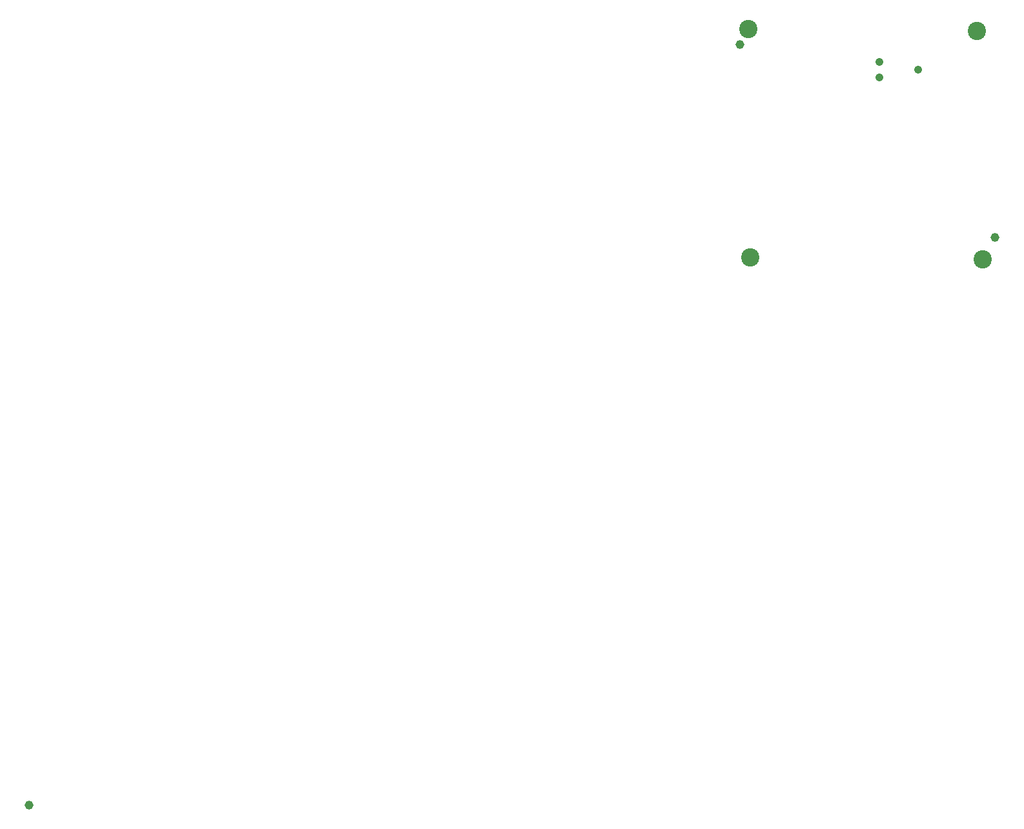
<source format=gbr>
%TF.GenerationSoftware,Altium Limited,Altium Designer,24.4.1 (13)*%
G04 Layer_Color=255*
%FSLAX45Y45*%
%MOMM*%
%TF.SameCoordinates,9860FC65-6E59-49BE-95FE-00A45DA03842*%
%TF.FilePolarity,Positive*%
%TF.FileFunction,Pads,Bot*%
%TF.Part,Single*%
G01*
G75*
%TA.AperFunction,ViaPad*%
%ADD42C,1.15200*%
%TA.AperFunction,ComponentPad*%
%ADD43C,1.06700*%
%TA.AperFunction,ViaPad*%
%ADD44C,2.40000*%
D42*
X3425000Y465000D02*
D03*
X75000Y2995000D02*
D03*
X-9247300Y-6984800D02*
D03*
D43*
X1910500Y2763100D02*
D03*
Y2559900D02*
D03*
X2418500Y2661500D02*
D03*
D44*
X3262500Y175000D02*
D03*
X212500Y200000D02*
D03*
X3187500Y3175000D02*
D03*
X187500Y3200000D02*
D03*
%TF.MD5,9a43a218c00cbd62beb7cc3103cd8f07*%
M02*

</source>
